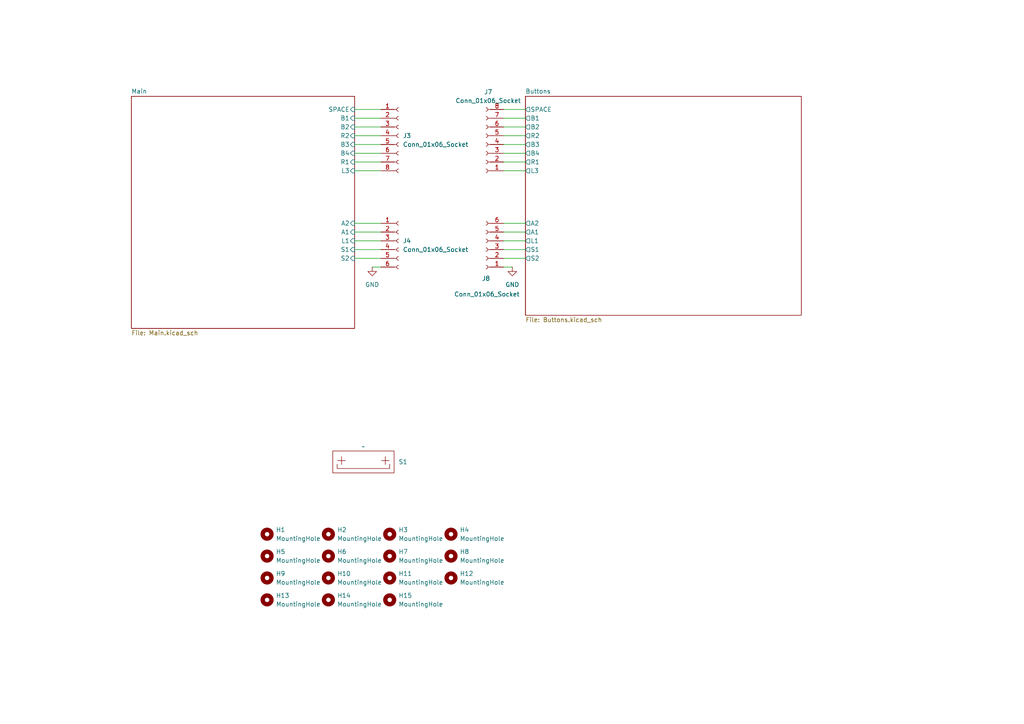
<source format=kicad_sch>
(kicad_sch (version 20231120) (generator "eeschema") (generator_version "8.0")
  (paper "A4")
  (lib_symbols
    (symbol "Connector:Conn_01x06_Socket" (pin_names (offset 1.016) hide)
      (property "Reference" "J" (at 0 7.62 0))
      (property "Value" "Conn_01x06_Socket" (at 0 -10.16 0))
      (symbol "Conn_01x06_Socket_1_1"
        (arc (start 0 -7.112) (mid -0.5058 -7.62) (end 0 -8.128) (stroke (width 0.1524)))
        (arc (start 0 -4.572) (mid -0.5058 -5.08) (end 0 -5.588) (stroke (width 0.1524)))
        (arc (start 0 -2.032) (mid -0.5058 -2.54) (end 0 -3.048) (stroke (width 0.1524)))
        (polyline (pts (xy -1.27 -7.62) (xy -0.508 -7.62)) (stroke (width 0.1524)))
        (polyline (pts (xy -1.27 -5.08) (xy -0.508 -5.08)) (stroke (width 0.1524)))
        (polyline (pts (xy -1.27 -2.54) (xy -0.508 -2.54)) (stroke (width 0.1524)))
        (polyline (pts (xy -1.27 0) (xy -0.508 0)) (stroke (width 0.1524)))
        (polyline (pts (xy -1.27 2.54) (xy -0.508 2.54)) (stroke (width 0.1524)))
        (polyline (pts (xy -1.27 5.08) (xy -0.508 5.08)) (stroke (width 0.1524)))
        (arc (start 0 0.508) (mid -0.5058 0) (end 0 -0.508) (stroke (width 0.1524)))
        (arc (start 0 3.048) (mid -0.5058 2.54) (end 0 2.032) (stroke (width 0.1524)))
        (arc (start 0 5.588) (mid -0.5058 5.08) (end 0 4.572) (stroke (width 0.1524)))
        (pin passive line (at -5.08 5.08 0) (length 3.81) (name "Pin_1") (number "1"))
        (pin passive line (at -5.08 2.54 0) (length 3.81) (name "Pin_2") (number "2"))
        (pin passive line (at -5.08 0 0) (length 3.81) (name "Pin_3") (number "3"))
        (pin passive line (at -5.08 -2.54 0) (length 3.81) (name "Pin_4") (number "4"))
        (pin passive line (at -5.08 -5.08 0) (length 3.81) (name "Pin_5") (number "5"))
        (pin passive line (at -5.08 -7.62 0) (length 3.81) (name "Pin_6") (number "6"))
      )
    )
    (symbol "Connector:Conn_01x08_Socket" (pin_names (offset 1.016) hide)
      (property "Reference" "J" (at 0 10.16 0))
      (property "Value" "Conn_01x08_Socket" (at 0 -12.7 0))
      (symbol "Conn_01x08_Socket_1_1"
        (arc (start 0 -9.652) (mid -0.5058 -10.16) (end 0 -10.668) (stroke (width 0.1524)))
        (arc (start 0 -7.112) (mid -0.5058 -7.62) (end 0 -8.128) (stroke (width 0.1524)))
        (arc (start 0 -4.572) (mid -0.5058 -5.08) (end 0 -5.588) (stroke (width 0.1524)))
        (arc (start 0 -2.032) (mid -0.5058 -2.54) (end 0 -3.048) (stroke (width 0.1524)))
        (polyline (pts (xy -1.27 -10.16) (xy -0.508 -10.16)) (stroke (width 0.1524)))
        (polyline (pts (xy -1.27 -7.62) (xy -0.508 -7.62)) (stroke (width 0.1524)))
        (polyline (pts (xy -1.27 -5.08) (xy -0.508 -5.08)) (stroke (width 0.1524)))
        (polyline (pts (xy -1.27 -2.54) (xy -0.508 -2.54)) (stroke (width 0.1524)))
        (polyline (pts (xy -1.27 0) (xy -0.508 0)) (stroke (width 0.1524)))
        (polyline (pts (xy -1.27 2.54) (xy -0.508 2.54)) (stroke (width 0.1524)))
        (polyline (pts (xy -1.27 5.08) (xy -0.508 5.08)) (stroke (width 0.1524)))
        (polyline (pts (xy -1.27 7.62) (xy -0.508 7.62)) (stroke (width 0.1524)))
        (arc (start 0 0.508) (mid -0.5058 0) (end 0 -0.508) (stroke (width 0.1524)))
        (arc (start 0 3.048) (mid -0.5058 2.54) (end 0 2.032) (stroke (width 0.1524)))
        (arc (start 0 5.588) (mid -0.5058 5.08) (end 0 4.572) (stroke (width 0.1524)))
        (arc (start 0 8.128) (mid -0.5058 7.62) (end 0 7.112) (stroke (width 0.1524)))
        (pin passive line (at -5.08 7.62 0) (length 3.81) (name "Pin_1") (number "1"))
        (pin passive line (at -5.08 5.08 0) (length 3.81) (name "Pin_2") (number "2"))
        (pin passive line (at -5.08 2.54 0) (length 3.81) (name "Pin_3") (number "3"))
        (pin passive line (at -5.08 0 0) (length 3.81) (name "Pin_4") (number "4"))
        (pin passive line (at -5.08 -2.54 0) (length 3.81) (name "Pin_5") (number "5"))
        (pin passive line (at -5.08 -5.08 0) (length 3.81) (name "Pin_6") (number "6"))
        (pin passive line (at -5.08 -7.62 0) (length 3.81) (name "Pin_7") (number "7"))
        (pin passive line (at -5.08 -10.16 0) (length 3.81) (name "Pin_8") (number "8"))
      )
    )
    (symbol "Keyboard:Stabilizer_MX_2u" (in_bom no)
      (property "Reference" "S" (at 0 0 0))
      (symbol "Stabilizer_MX_2u_0_1"
        (rectangle (start -8.89 -1.27) (end 8.89 -7.62))
      )
      (symbol "Stabilizer_MX_2u_1_1"
        (polyline (pts (xy -7.62 -5.08) (xy -7.62 -6.35) (xy 7.62 -6.35) (xy 7.62 -5.08)))
        (text "+" (at -6.35 -3.81 0) (effects (font (size 3 3))))
        (text "+" (at 6.35 -3.81 0) (effects (font (size 3 3))))
      )
    )
    (symbol "Mechanical:MountingHole" (pin_names (offset 1.016)) (exclude_from_sim yes) (in_bom no)
      (property "Reference" "H" (at 0 5.08 0))
      (property "Value" "MountingHole" (at 0 3.175 0))
      (symbol "MountingHole_0_1"
        (circle (center 0 0) (radius 1.27) (stroke (width 1.27)))
      )
    )
    (symbol "power:GND" (power) (pin_numbers hide) (pin_names (offset 0) hide)
      (property "Value" "GND" (at 0 -3.81 0))
      (symbol "GND_0_1"
        (polyline (pts (xy 0 0) (xy 0 -1.27) (xy 1.27 -1.27) (xy 0 -2.54) (xy -1.27 -1.27) (xy 0 -1.27)))
      )
      (symbol "GND_1_1"
        (pin power_in line (at 0 0 270) (length 0) (name "~") (number "1"))
      )
    )
  )
  (wire (pts (xy 146.05 44.45) (xy 152.4 44.45)))
  (wire (pts (xy 146.05 64.77) (xy 152.4 64.77)))
  (wire (pts (xy 146.05 67.31) (xy 152.4 67.31)))
  (wire (pts (xy 146.05 72.39) (xy 152.4 72.39)))
  (wire (pts (xy 102.87 41.91) (xy 110.49 41.91)))
  (wire (pts (xy 146.05 31.75) (xy 152.4 31.75)))
  (wire (pts (xy 146.05 69.85) (xy 152.4 69.85)))
  (wire (pts (xy 102.87 64.77) (xy 110.49 64.77)))
  (wire (pts (xy 146.05 34.29) (xy 152.4 34.29)))
  (wire (pts (xy 102.87 34.29) (xy 110.49 34.29)))
  (wire (pts (xy 102.87 46.99) (xy 110.49 46.99)))
  (wire (pts (xy 102.87 36.83) (xy 110.49 36.83)))
  (wire (pts (xy 146.05 74.93) (xy 152.4 74.93)))
  (wire (pts (xy 146.05 39.37) (xy 152.4 39.37)))
  (wire (pts (xy 102.87 69.85) (xy 110.49 69.85)))
  (wire (pts (xy 102.87 49.53) (xy 110.49 49.53)))
  (wire (pts (xy 146.05 49.53) (xy 152.4 49.53)))
  (wire (pts (xy 146.05 36.83) (xy 152.4 36.83)))
  (wire (pts (xy 102.87 31.75) (xy 110.49 31.75)))
  (wire (pts (xy 102.87 72.39) (xy 110.49 72.39)))
  (wire (pts (xy 107.95 77.47) (xy 110.49 77.47)))
  (wire (pts (xy 146.05 46.99) (xy 152.4 46.99)))
  (wire (pts (xy 146.05 41.91) (xy 152.4 41.91)))
  (wire (pts (xy 102.87 39.37) (xy 110.49 39.37)))
  (wire (pts (xy 102.87 44.45) (xy 110.49 44.45)))
  (wire (pts (xy 146.05 77.47) (xy 148.59 77.47)))
  (wire (pts (xy 102.87 67.31) (xy 110.49 67.31)))
  (wire (pts (xy 102.87 74.93) (xy 110.49 74.93)))
  (symbol (lib_id "Mechanical:MountingHole") (at 77.47 167.64 0) (unit 1) (exclude_from_sim yes) (in_bom no)
    (property "Reference" "H9" (at 80.01 166.3699 0) (effects (justify left)))
    (property "Value" "MountingHole" (at 80.01 168.9099 0) (effects (justify left)))
    (property "Footprint" "MountingHole:MountingHole_3.2mm_M3" (effects (hide yes)))
    (property "Description" "Mounting Hole without connection" (effects (hide yes)))
  )
  (symbol (lib_id "Mechanical:MountingHole") (at 113.03 161.29 0) (unit 1) (exclude_from_sim yes) (in_bom no)
    (property "Reference" "H7" (at 115.57 160.0199 0) (effects (justify left)))
    (property "Value" "MountingHole" (at 115.57 162.5599 0) (effects (justify left)))
    (property "Footprint" "MountingHole:MountingHole_3.2mm_M3" (effects (hide yes)))
    (property "Description" "Mounting Hole without connection" (effects (hide yes)))
  )
  (symbol (lib_id "Mechanical:MountingHole") (at 95.25 161.29 0) (unit 1) (exclude_from_sim yes) (in_bom no)
    (property "Reference" "H6" (at 97.79 160.0199 0) (effects (justify left)))
    (property "Value" "MountingHole" (at 97.79 162.5599 0) (effects (justify left)))
    (property "Footprint" "MountingHole:MountingHole_3.2mm_M3" (effects (hide yes)))
    (property "Description" "Mounting Hole without connection" (effects (hide yes)))
  )
  (symbol (lib_id "Mechanical:MountingHole") (at 77.47 161.29 0) (unit 1) (exclude_from_sim yes) (in_bom no)
    (property "Reference" "H5" (at 80.01 160.0199 0) (effects (justify left)))
    (property "Value" "MountingHole" (at 80.01 162.5599 0) (effects (justify left)))
    (property "Footprint" "MountingHole:MountingHole_3.2mm_M3" (effects (hide yes)))
    (property "Description" "Mounting Hole without connection" (effects (hide yes)))
  )
  (symbol (lib_id "Mechanical:MountingHole") (at 130.81 154.94 0) (unit 1) (exclude_from_sim yes) (in_bom no)
    (property "Reference" "H4" (at 133.35 153.6699 0) (effects (justify left)))
    (property "Value" "MountingHole" (at 133.35 156.2099 0) (effects (justify left)))
    (property "Footprint" "MountingHole:MountingHole_3.2mm_M3" (effects (hide yes)))
    (property "Description" "Mounting Hole without connection" (effects (hide yes)))
  )
  (symbol (lib_id "Mechanical:MountingHole") (at 130.81 167.64 0) (unit 1) (exclude_from_sim yes) (in_bom no)
    (property "Reference" "H12" (at 133.35 166.3699 0) (effects (justify left)))
    (property "Value" "MountingHole" (at 133.35 168.9099 0) (effects (justify left)))
    (property "Footprint" "MountingHole:MountingHole_3.2mm_M3" (effects (hide yes)))
    (property "Description" "Mounting Hole without connection" (effects (hide yes)))
  )
  (symbol (lib_id "Mechanical:MountingHole") (at 95.25 173.99 0) (unit 1) (exclude_from_sim yes) (in_bom no)
    (property "Reference" "H14" (at 97.79 172.7199 0) (effects (justify left)))
    (property "Value" "MountingHole" (at 97.79 175.2599 0) (effects (justify left)))
    (property "Footprint" "MountingHole:MountingHole_3.2mm_M3" (effects (hide yes)))
    (property "Description" "Mounting Hole without connection" (effects (hide yes)))
  )
  (symbol (lib_id "Mechanical:MountingHole") (at 95.25 154.94 0) (unit 1) (exclude_from_sim yes) (in_bom no)
    (property "Reference" "H2" (at 97.79 153.6699 0) (effects (justify left)))
    (property "Value" "MountingHole" (at 97.79 156.2099 0) (effects (justify left)))
    (property "Footprint" "MountingHole:MountingHole_3.2mm_M3" (effects (hide yes)))
    (property "Description" "Mounting Hole without connection" (effects (hide yes)))
  )
  (symbol (lib_id "Connector:Conn_01x06_Socket") (at 115.57 69.85 0) (unit 1)
    (property "Reference" "J4" (at 116.84 69.8499 0) (effects (justify left)))
    (property "Value" "Conn_01x06_Socket" (at 116.84 72.3899 0) (effects (justify left)))
    (property "Footprint" "Connector_JST:JST_EH_B6B-EH-A_1x06_P2.50mm_Vertical" (effects (hide yes)))
    (property "Description" "Generic connector, single row, 01x06, script generated" (effects (hide yes)))
  )
  (symbol (lib_id "Mechanical:MountingHole") (at 113.03 167.64 0) (unit 1) (exclude_from_sim yes) (in_bom no)
    (property "Reference" "H11" (at 115.57 166.3699 0) (effects (justify left)))
    (property "Value" "MountingHole" (at 115.57 168.9099 0) (effects (justify left)))
    (property "Footprint" "MountingHole:MountingHole_3.2mm_M3" (effects (hide yes)))
    (property "Description" "Mounting Hole without connection" (effects (hide yes)))
  )
  (symbol (lib_id "power:GND") (at 148.59 77.47 0) (unit 1)
    (property "Reference" "#PWR047" (effects (hide yes)))
    (property "Value" "GND" (at 148.59 82.55 0))
    (property "Description" "Power symbol creates a global label with name \"GND\" , ground" (effects (hide yes)))
  )
  (symbol (lib_id "Mechanical:MountingHole") (at 77.47 154.94 0) (unit 1) (exclude_from_sim yes) (in_bom no)
    (property "Reference" "H1" (at 80.01 153.6699 0) (effects (justify left)))
    (property "Value" "MountingHole" (at 80.01 156.2099 0) (effects (justify left)))
    (property "Footprint" "MountingHole:MountingHole_3.2mm_M3" (effects (hide yes)))
    (property "Description" "Mounting Hole without connection" (effects (hide yes)))
  )
  (symbol (lib_id "Connector:Conn_01x08_Socket") (at 115.57 39.37 0) (unit 1)
    (property "Reference" "J3" (at 116.84 39.3699 0) (effects (justify left)))
    (property "Value" "Conn_01x06_Socket" (at 116.84 41.9099 0) (effects (justify left)))
    (property "Footprint" "Connector_JST:JST_EH_B8B-EH-A_1x08_P2.50mm_Vertical" (effects (hide yes)))
    (property "Description" "Generic connector, single row, 01x08, script generated" (effects (hide yes)))
  )
  (symbol (lib_id "Keyboard:Stabilizer_MX_2u") (at 105.41 129.54 0) (unit 1) (in_bom no)
    (property "Reference" "S1" (at 115.57 133.985 0) (effects (justify left)))
    (property "Value" "~" (at 105.41 129.54 0))
    (property "Footprint" "PCM_Mounting_Keyboard_Stabilizer:Stabilizer_Cherry_MX_2.00u" (effects (hide yes)))
  )
  (symbol (lib_id "Mechanical:MountingHole") (at 77.47 173.99 0) (unit 1) (exclude_from_sim yes) (in_bom no)
    (property "Reference" "H13" (at 80.01 172.7199 0) (effects (justify left)))
    (property "Value" "MountingHole" (at 80.01 175.2599 0) (effects (justify left)))
    (property "Footprint" "MountingHole:MountingHole_3.2mm_M3" (effects (hide yes)))
    (property "Description" "Mounting Hole without connection" (effects (hide yes)))
  )
  (symbol (lib_id "Mechanical:MountingHole") (at 95.25 167.64 0) (unit 1) (exclude_from_sim yes) (in_bom no)
    (property "Reference" "H10" (at 97.79 166.3699 0) (effects (justify left)))
    (property "Value" "MountingHole" (at 97.79 168.9099 0) (effects (justify left)))
    (property "Footprint" "MountingHole:MountingHole_3.2mm_M3" (effects (hide yes)))
    (property "Description" "Mounting Hole without connection" (effects (hide yes)))
  )
  (symbol (lib_id "Mechanical:MountingHole") (at 113.03 173.99 0) (unit 1) (exclude_from_sim yes) (in_bom no)
    (property "Reference" "H15" (at 115.57 172.7199 0) (effects (justify left)))
    (property "Value" "MountingHole" (at 115.57 175.2599 0) (effects (justify left)))
    (property "Footprint" "MountingHole:MountingHole_3.2mm_M3" (effects (hide yes)))
    (property "Description" "Mounting Hole without connection" (effects (hide yes)))
  )
  (symbol (lib_id "Mechanical:MountingHole") (at 113.03 154.94 0) (unit 1) (exclude_from_sim yes) (in_bom no)
    (property "Reference" "H3" (at 115.57 153.6699 0) (effects (justify left)))
    (property "Value" "MountingHole" (at 115.57 156.2099 0) (effects (justify left)))
    (property "Footprint" "MountingHole:MountingHole_3.2mm_M3" (effects (hide yes)))
    (property "Description" "Mounting Hole without connection" (effects (hide yes)))
  )
  (symbol (lib_id "Mechanical:MountingHole") (at 130.81 161.29 0) (unit 1) (exclude_from_sim yes) (in_bom no)
    (property "Reference" "H8" (at 133.35 160.0199 0) (effects (justify left)))
    (property "Value" "MountingHole" (at 133.35 162.5599 0) (effects (justify left)))
    (property "Footprint" "MountingHole:MountingHole_3.2mm_M3" (effects (hide yes)))
    (property "Description" "Mounting Hole without connection" (effects (hide yes)))
  )
  (symbol (lib_id "Connector:Conn_01x08_Socket") (at 140.97 41.91 180) (unit 1)
    (property "Reference" "J7" (at 141.605 26.67 0))
    (property "Value" "Conn_01x06_Socket" (at 141.605 29.21 0))
    (property "Footprint" "Connector_JST:JST_EH_B8B-EH-A_1x08_P2.50mm_Vertical" (effects (hide yes)))
    (property "Description" "Generic connector, single row, 01x08, script generated" (effects (hide yes)))
  )
  (symbol (lib_id "Connector:Conn_01x06_Socket") (at 140.97 72.39 180) (unit 1)
    (property "Reference" "J8" (at 140.97 80.772 0))
    (property "Value" "Conn_01x06_Socket" (at 141.224 85.344 0))
    (property "Footprint" "Connector_JST:JST_EH_B6B-EH-A_1x06_P2.50mm_Vertical" (effects (hide yes)))
    (property "Description" "Generic connector, single row, 01x06, script generated" (effects (hide yes)))
  )
  (symbol (lib_id "power:GND") (at 107.95 77.47 0) (unit 1)
    (property "Reference" "#PWR048" (effects (hide yes)))
    (property "Value" "GND" (at 107.95 82.55 0))
    (property "Description" "Power symbol creates a global label with name \"GND\" , ground" (effects (hide yes)))
  )
  (sheet (at 38.1 27.94) (size 64.77 67.31) (stroke (width 0.1524))
    (property "Sheetname" "Main" (at 38.1 27.2284 0) (effects (justify left bottom)))
    (property "Sheetfile" "Main.kicad_sch" (at 38.1 95.8346 0) (effects (justify left top)))
    (pin "A2" input (at 102.87 64.77 0))
    (pin "R1" input (at 102.87 46.99 0))
    (pin "B3" input (at 102.87 41.91 0))
    (pin "L3" input (at 102.87 49.53 0))
    (pin "R2" input (at 102.87 39.37 0))
    (pin "B2" input (at 102.87 36.83 0))
    (pin "B4" input (at 102.87 44.45 0))
    (pin "B1" input (at 102.87 34.29 0))
    (pin "L1" input (at 102.87 69.85 0))
    (pin "A1" input (at 102.87 67.31 0))
    (pin "S2" input (at 102.87 74.93 0))
    (pin "S1" input (at 102.87 72.39 0))
    (pin "SPACE" input (at 102.87 31.75 0))
  )
  (sheet (at 152.4 27.94) (size 80.01 63.5) (stroke (width 0.1524))
    (property "Sheetname" "Buttons" (at 152.4 27.2284 0) (effects (justify left bottom)))
    (property "Sheetfile" "Buttons.kicad_sch" (at 152.4 92.0246 0) (effects (justify left top)))
    (pin "A2" output (at 152.4 64.77 180))
    (pin "A1" output (at 152.4 67.31 180))
    (pin "L1" output (at 152.4 69.85 180))
    (pin "B2" output (at 152.4 36.83 180))
    (pin "B4" output (at 152.4 44.45 180))
    (pin "B3" output (at 152.4 41.91 180))
    (pin "L3" output (at 152.4 49.53 180))
    (pin "B1" output (at 152.4 34.29 180))
    (pin "R1" output (at 152.4 46.99 180))
    (pin "S1" output (at 152.4 72.39 180))
    (pin "R2" output (at 152.4 39.37 180))
    (pin "S2" output (at 152.4 74.93 180))
    (pin "SPACE" output (at 152.4 31.75 180))
  )
)
</source>
